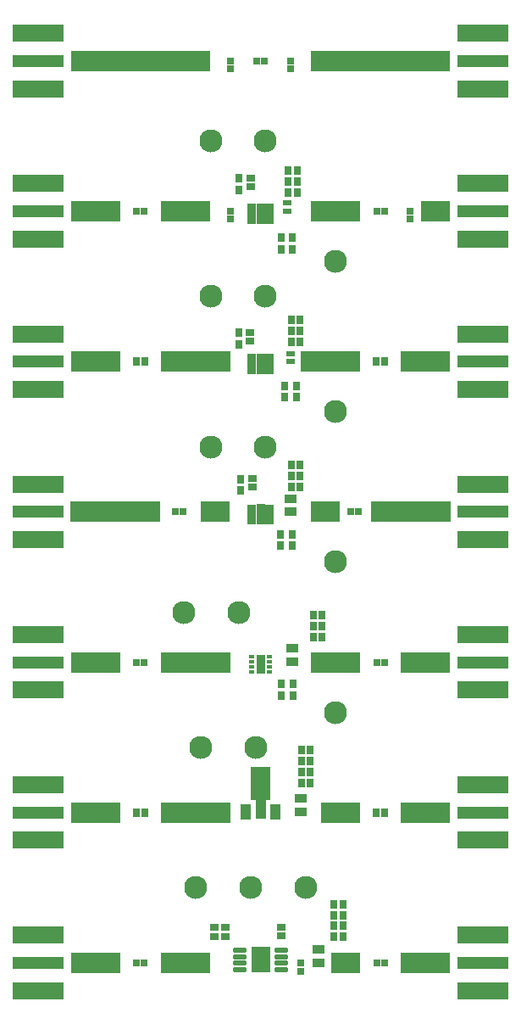
<source format=gts>
G04*
G04 #@! TF.GenerationSoftware,Altium Limited,Altium Designer,20.2.6 (244)*
G04*
G04 Layer_Color=8388736*
%FSLAX44Y44*%
%MOMM*%
G71*
G04*
G04 #@! TF.SameCoordinates,69107643-4F9F-4E88-AEF3-5FE55586F8EB*
G04*
G04*
G04 #@! TF.FilePolarity,Negative*
G04*
G01*
G75*
%ADD32R,14.0000X2.0000*%
%ADD33R,3.0000X2.0000*%
%ADD34R,5.0000X2.0000*%
%ADD35R,3.0000X2.0000*%
%ADD36R,9.0000X2.0000*%
%ADD37R,7.0000X2.0000*%
%ADD38R,6.0000X2.0000*%
%ADD39R,8.0000X2.0000*%
%ADD40R,5.0000X2.0000*%
%ADD41R,7.0000X2.0000*%
%ADD42R,4.0000X2.0000*%
%ADD43R,0.7400X0.7500*%
%ADD44R,5.2000X1.2000*%
%ADD45R,5.2000X1.8000*%
%ADD46R,0.7500X0.7400*%
%ADD47R,0.8000X0.8400*%
%ADD48R,0.8400X0.8000*%
%ADD49R,0.8000X0.9500*%
%ADD50R,0.9000X2.0000*%
%ADD51R,0.8700X0.5000*%
%ADD52R,0.8604X0.5600*%
%ADD53R,0.9000X1.9000*%
%ADD54R,0.5300X0.3500*%
%ADD55R,1.2200X0.8400*%
%ADD56R,1.2200X0.8900*%
%ADD57R,1.0600X1.5000*%
%ADD58R,1.0600X2.1500*%
%ADD59R,1.9800X2.6100*%
%ADD60O,1.4000X0.5800*%
%ADD61C,2.3000*%
%ADD62C,0.7000*%
G36*
X259131Y245244D02*
X259259Y245218D01*
X259384Y245176D01*
X259501Y245118D01*
X259610Y245045D01*
X259709Y244959D01*
X259795Y244860D01*
X259868Y244751D01*
X259926Y244634D01*
X259968Y244509D01*
X259994Y244381D01*
X260002Y244250D01*
Y213250D01*
X259994Y213119D01*
X259968Y212991D01*
X259926Y212866D01*
X259868Y212749D01*
X259795Y212640D01*
X259709Y212541D01*
X259610Y212455D01*
X259501Y212382D01*
X259384Y212324D01*
X259259Y212282D01*
X259131Y212256D01*
X259000Y212248D01*
X241000D01*
X240869Y212256D01*
X240741Y212282D01*
X240616Y212324D01*
X240499Y212382D01*
X240390Y212455D01*
X240291Y212541D01*
X240205Y212640D01*
X240132Y212749D01*
X240074Y212866D01*
X240032Y212991D01*
X240007Y213119D01*
X239998Y213250D01*
Y244250D01*
X240007Y244381D01*
X240032Y244509D01*
X240074Y244634D01*
X240132Y244751D01*
X240205Y244860D01*
X240291Y244959D01*
X240390Y245045D01*
X240499Y245118D01*
X240616Y245176D01*
X240741Y245218D01*
X240869Y245244D01*
X241000Y245252D01*
X259000D01*
X259131Y245244D01*
D02*
G37*
D32*
X370000Y950000D02*
D03*
X130000D02*
D03*
D33*
X425000Y800000D02*
D03*
X335000Y50000D02*
D03*
D34*
X325000Y800000D02*
D03*
X175000D02*
D03*
X85000D02*
D03*
Y650000D02*
D03*
X415000D02*
D03*
X85000Y200000D02*
D03*
X415000D02*
D03*
Y50000D02*
D03*
X175000D02*
D03*
X85000D02*
D03*
D35*
X205000Y500000D02*
D03*
X315000D02*
D03*
D36*
X105000D02*
D03*
D37*
X185000Y650000D02*
D03*
Y200000D02*
D03*
D38*
X320000Y650000D02*
D03*
D39*
X400000Y500000D02*
D03*
D40*
X415000Y350000D02*
D03*
X325000D02*
D03*
X85000D02*
D03*
D41*
X185000D02*
D03*
D42*
X330000Y200000D02*
D03*
D43*
X220000Y950000D02*
D03*
Y942200D02*
D03*
X280000Y950000D02*
D03*
Y942200D02*
D03*
X399000Y792200D02*
D03*
Y800000D02*
D03*
X220000Y792200D02*
D03*
Y800000D02*
D03*
X290000Y41850D02*
D03*
Y49650D02*
D03*
D44*
X28000Y950000D02*
D03*
X472000D02*
D03*
Y50000D02*
D03*
Y200000D02*
D03*
X28000Y350000D02*
D03*
X472000D02*
D03*
X28000Y500000D02*
D03*
X472000D02*
D03*
X28000Y650000D02*
D03*
X472000D02*
D03*
X28000Y800000D02*
D03*
X472000D02*
D03*
X28000Y50000D02*
D03*
Y200000D02*
D03*
D45*
Y922300D02*
D03*
Y977700D02*
D03*
X472000D02*
D03*
Y922300D02*
D03*
Y22300D02*
D03*
Y77700D02*
D03*
Y172300D02*
D03*
Y227700D02*
D03*
X28000Y377700D02*
D03*
Y322300D02*
D03*
X472000D02*
D03*
Y377700D02*
D03*
X28000Y527700D02*
D03*
Y472300D02*
D03*
X472000D02*
D03*
Y527700D02*
D03*
X28000Y677700D02*
D03*
Y622300D02*
D03*
X472000D02*
D03*
Y677700D02*
D03*
X28000Y827700D02*
D03*
Y772300D02*
D03*
X472000D02*
D03*
Y827700D02*
D03*
X28000Y77700D02*
D03*
Y22300D02*
D03*
Y227700D02*
D03*
Y172300D02*
D03*
D46*
X246100Y950000D02*
D03*
X253900D02*
D03*
X126100Y800000D02*
D03*
X133900D02*
D03*
X366100D02*
D03*
X373900D02*
D03*
X133900Y50000D02*
D03*
X126100D02*
D03*
X126100Y350000D02*
D03*
X133900D02*
D03*
X366100D02*
D03*
X373900D02*
D03*
X165000Y500000D02*
D03*
X172800D02*
D03*
X340000D02*
D03*
X347800D02*
D03*
X366100Y50000D02*
D03*
X373900D02*
D03*
D47*
X286400Y841000D02*
D03*
X277600D02*
D03*
X286400Y830000D02*
D03*
X277600D02*
D03*
X286400Y819000D02*
D03*
X277600D02*
D03*
X289400Y692000D02*
D03*
X280600D02*
D03*
X289400Y681000D02*
D03*
X280600D02*
D03*
X289400Y670000D02*
D03*
X280600D02*
D03*
X289400Y547000D02*
D03*
X280600D02*
D03*
X289400Y536000D02*
D03*
X280600D02*
D03*
X289400Y525000D02*
D03*
X280600D02*
D03*
X311740Y397410D02*
D03*
X302940D02*
D03*
X311740Y386410D02*
D03*
X302940D02*
D03*
X311740Y375410D02*
D03*
X302940D02*
D03*
X299400Y262500D02*
D03*
X290600D02*
D03*
X299400Y251500D02*
D03*
X290600D02*
D03*
X299400Y240500D02*
D03*
X290600D02*
D03*
X299400Y229500D02*
D03*
X290600D02*
D03*
X332400Y108750D02*
D03*
X323600D02*
D03*
X332400Y97750D02*
D03*
X323600D02*
D03*
X332400Y86750D02*
D03*
X323600D02*
D03*
X332400Y75750D02*
D03*
X323600D02*
D03*
X134400Y200000D02*
D03*
X125600D02*
D03*
X374400D02*
D03*
X365600D02*
D03*
X125600Y650000D02*
D03*
X134400D02*
D03*
X365600D02*
D03*
X374400D02*
D03*
D48*
X240000Y833400D02*
D03*
Y824600D02*
D03*
X239000Y670600D02*
D03*
Y679400D02*
D03*
X242000Y533400D02*
D03*
Y524600D02*
D03*
X215000Y85150D02*
D03*
Y76350D02*
D03*
X271000Y85400D02*
D03*
Y76600D02*
D03*
X204000Y85150D02*
D03*
Y76350D02*
D03*
D49*
X228000Y832750D02*
D03*
Y821250D02*
D03*
X271000Y773750D02*
D03*
Y762250D02*
D03*
X282000Y773750D02*
D03*
Y762250D02*
D03*
X228000Y678750D02*
D03*
Y667250D02*
D03*
X274000Y625750D02*
D03*
Y614250D02*
D03*
X286000Y625750D02*
D03*
Y614250D02*
D03*
X270000Y477750D02*
D03*
Y466250D02*
D03*
X282000Y477750D02*
D03*
Y466250D02*
D03*
X230000Y532750D02*
D03*
Y521250D02*
D03*
X282440Y328160D02*
D03*
Y316660D02*
D03*
X270440Y328160D02*
D03*
Y316660D02*
D03*
D50*
X250000Y797500D02*
D03*
Y647500D02*
D03*
Y497500D02*
D03*
D51*
X258850Y805000D02*
D03*
Y800000D02*
D03*
Y795000D02*
D03*
Y790000D02*
D03*
X241150D02*
D03*
Y795000D02*
D03*
Y800000D02*
D03*
Y805000D02*
D03*
X258850Y655000D02*
D03*
Y650000D02*
D03*
Y645000D02*
D03*
Y640000D02*
D03*
X241150D02*
D03*
Y645000D02*
D03*
Y650000D02*
D03*
Y655000D02*
D03*
X258850Y505000D02*
D03*
Y500000D02*
D03*
Y495000D02*
D03*
Y490000D02*
D03*
X241150D02*
D03*
Y495000D02*
D03*
Y500000D02*
D03*
Y505000D02*
D03*
D52*
X277000Y800000D02*
D03*
Y808200D02*
D03*
X280000Y650000D02*
D03*
Y658200D02*
D03*
D53*
X250000Y348000D02*
D03*
D54*
X259150Y355500D02*
D03*
Y350500D02*
D03*
Y345500D02*
D03*
Y340500D02*
D03*
X240850D02*
D03*
Y345500D02*
D03*
Y350500D02*
D03*
Y355500D02*
D03*
D55*
X280000Y512800D02*
D03*
Y500000D02*
D03*
D56*
X281340Y350410D02*
D03*
Y364410D02*
D03*
X290000Y200500D02*
D03*
Y214500D02*
D03*
X308000Y49750D02*
D03*
Y63750D02*
D03*
D57*
X235000Y200500D02*
D03*
X265000D02*
D03*
D58*
X250000Y203750D02*
D03*
D59*
Y53000D02*
D03*
D60*
X229000Y62750D02*
D03*
Y56250D02*
D03*
Y49750D02*
D03*
Y43250D02*
D03*
X271000Y62750D02*
D03*
Y56250D02*
D03*
Y49750D02*
D03*
Y43250D02*
D03*
D61*
X200000Y870000D02*
D03*
X255000D02*
D03*
X325000Y750000D02*
D03*
Y600000D02*
D03*
X255000Y565000D02*
D03*
X200000D02*
D03*
X325000Y450000D02*
D03*
X190000Y265000D02*
D03*
X245000D02*
D03*
X325000Y300000D02*
D03*
X185000Y125000D02*
D03*
X295000D02*
D03*
X240000D02*
D03*
X173000Y400000D02*
D03*
X228000D02*
D03*
X200000Y715000D02*
D03*
X255000D02*
D03*
D62*
X250000Y797500D02*
D03*
Y803500D02*
D03*
Y791500D02*
D03*
Y647500D02*
D03*
Y653500D02*
D03*
Y641500D02*
D03*
Y354000D02*
D03*
Y348000D02*
D03*
Y342000D02*
D03*
Y497500D02*
D03*
Y503500D02*
D03*
Y491500D02*
D03*
X244000Y241000D02*
D03*
X250000D02*
D03*
X256000D02*
D03*
X244000Y235000D02*
D03*
X250000D02*
D03*
X256000D02*
D03*
X244000Y229000D02*
D03*
X250000D02*
D03*
X256000D02*
D03*
X244000Y223000D02*
D03*
X250000D02*
D03*
X256000D02*
D03*
X244000Y217000D02*
D03*
X256000D02*
D03*
X250000D02*
D03*
Y210500D02*
D03*
Y197000D02*
D03*
Y203750D02*
D03*
M02*

</source>
